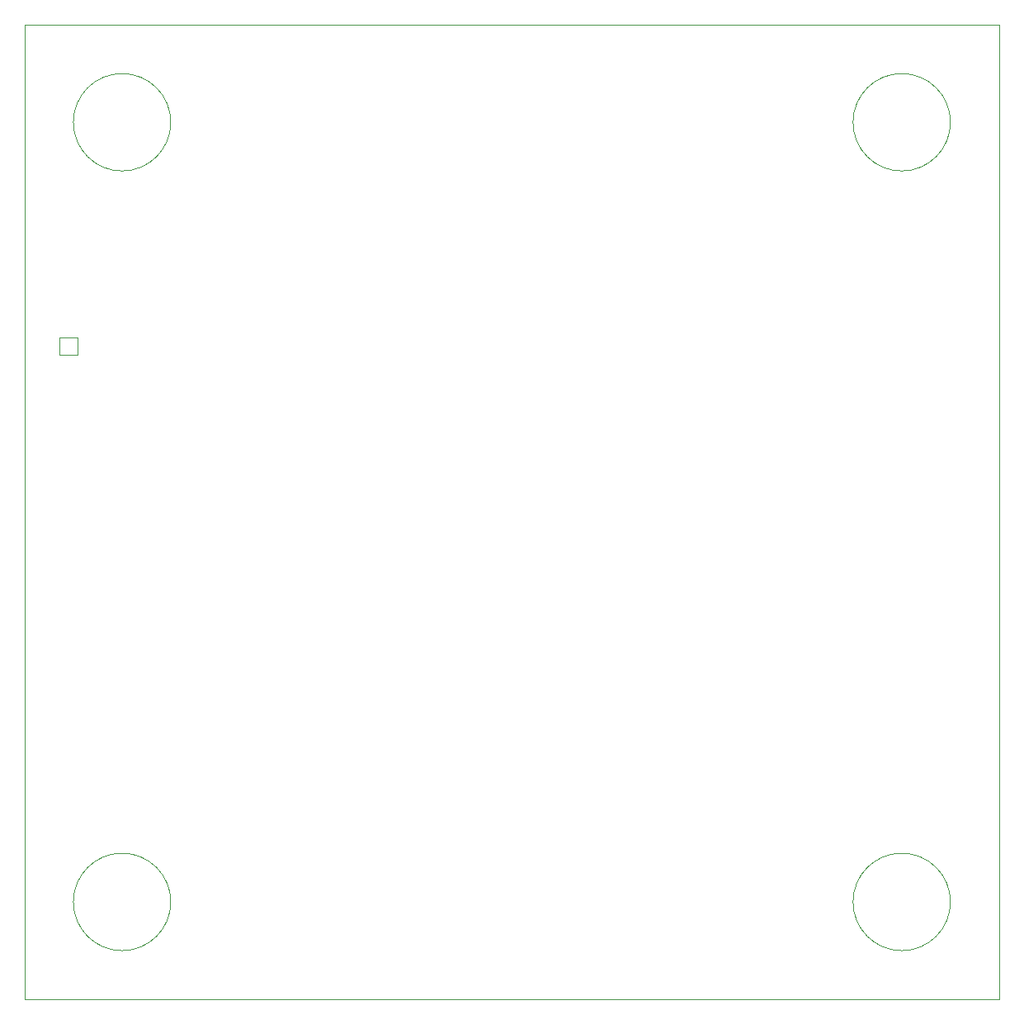
<source format=gm1>
%TF.GenerationSoftware,KiCad,Pcbnew,8.0.3*%
%TF.CreationDate,2024-09-13T09:02:13-04:00*%
%TF.ProjectId,G7 Senior Design V2,47372053-656e-4696-9f72-204465736967,rev?*%
%TF.SameCoordinates,Original*%
%TF.FileFunction,Profile,NP*%
%FSLAX46Y46*%
G04 Gerber Fmt 4.6, Leading zero omitted, Abs format (unit mm)*
G04 Created by KiCad (PCBNEW 8.0.3) date 2024-09-13 09:02:13*
%MOMM*%
%LPD*%
G01*
G04 APERTURE LIST*
%TA.AperFunction,Profile*%
%ADD10C,0.050000*%
%TD*%
%TA.AperFunction,Profile*%
%ADD11C,0.010000*%
%TD*%
G04 APERTURE END LIST*
D10*
X195000000Y-140000000D02*
G75*
G02*
X185000000Y-140000000I-5000000J0D01*
G01*
X185000000Y-140000000D02*
G75*
G02*
X195000000Y-140000000I5000000J0D01*
G01*
X115000000Y-60000000D02*
G75*
G02*
X105000000Y-60000000I-5000000J0D01*
G01*
X105000000Y-60000000D02*
G75*
G02*
X115000000Y-60000000I5000000J0D01*
G01*
X115000000Y-140000000D02*
G75*
G02*
X105000000Y-140000000I-5000000J0D01*
G01*
X105000000Y-140000000D02*
G75*
G02*
X115000000Y-140000000I5000000J0D01*
G01*
X195000000Y-60000000D02*
G75*
G02*
X185000000Y-60000000I-5000000J0D01*
G01*
X185000000Y-60000000D02*
G75*
G02*
X195000000Y-60000000I5000000J0D01*
G01*
X100000000Y-50000000D02*
X200000000Y-50000000D01*
X200000000Y-150000000D01*
X100000000Y-150000000D01*
X100000000Y-50000000D01*
D11*
%TO.C,J2*%
X103600000Y-82100000D02*
X105400000Y-82100000D01*
X103600000Y-83900000D02*
X103600000Y-82100000D01*
X105400000Y-82100000D02*
X105400000Y-83900000D01*
X105400000Y-83900000D02*
X103600000Y-83900000D01*
%TD*%
M02*

</source>
